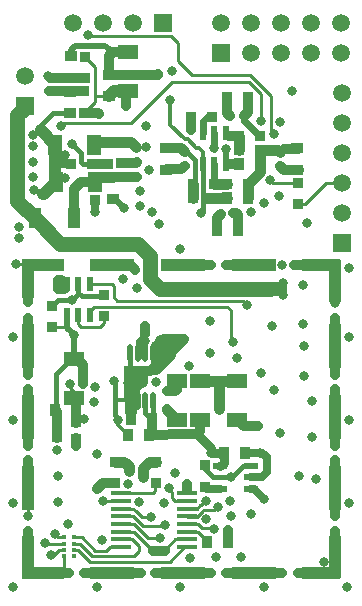
<source format=gbl>
G04 Layer_Physical_Order=4*
G04 Layer_Color=16711680*
%FSLAX24Y24*%
%MOIN*%
G70*
G01*
G75*
%ADD10R,0.0354X0.0354*%
%ADD11R,0.0453X0.0709*%
%ADD12R,0.0374X0.0394*%
%ADD14R,0.0354X0.0354*%
%ADD27R,0.0394X0.0374*%
%ADD29R,0.0244X0.0480*%
%ADD30R,0.0394X0.1496*%
%ADD31R,0.1406X0.0394*%
%ADD32R,0.0394X0.1406*%
%ADD33R,0.0394X0.1276*%
%ADD34R,0.1276X0.0394*%
%ADD35R,0.1496X0.0394*%
%ADD36C,0.0100*%
%ADD37C,0.0200*%
%ADD38C,0.0150*%
%ADD39C,0.0320*%
%ADD40C,0.0120*%
%ADD41C,0.0270*%
%ADD42C,0.0220*%
%ADD43C,0.0250*%
%ADD44C,0.0300*%
%ADD46C,0.0160*%
%ADD47C,0.0170*%
%ADD49C,0.0350*%
%ADD50C,0.0240*%
%ADD59R,0.0591X0.0591*%
%ADD60C,0.0591*%
%ADD61R,0.0591X0.0591*%
%ADD62C,0.0320*%
G04:AMPARAMS|DCode=63|XSize=20mil|YSize=12mil|CornerRadius=0.3mil|HoleSize=0mil|Usage=FLASHONLY|Rotation=180.000|XOffset=0mil|YOffset=0mil|HoleType=Round|Shape=RoundedRectangle|*
%AMROUNDEDRECTD63*
21,1,0.0200,0.0114,0,0,180.0*
21,1,0.0194,0.0120,0,0,180.0*
1,1,0.0006,-0.0097,0.0057*
1,1,0.0006,0.0097,0.0057*
1,1,0.0006,0.0097,-0.0057*
1,1,0.0006,-0.0097,-0.0057*
%
%ADD63ROUNDEDRECTD63*%
%ADD65C,0.0400*%
%ADD67R,0.0177X0.0177*%
%ADD68R,0.0177X0.0118*%
%ADD69R,0.0480X0.0244*%
%ADD70R,0.0650X0.0118*%
%ADD71R,0.0709X0.0453*%
%ADD72O,0.0177X0.0591*%
%ADD73R,0.0433X0.0669*%
%ADD74R,0.0354X0.0315*%
%ADD75C,0.0500*%
%ADD76R,0.0547X0.0320*%
%ADD77R,0.0190X0.0380*%
%ADD78R,0.0421X0.0702*%
%ADD79R,0.0817X0.0492*%
%ADD80R,0.0790X0.0580*%
%ADD81R,0.0550X0.0740*%
%ADD82R,0.0160X0.0620*%
D10*
X16084Y25814D02*
D03*
X16792D02*
D03*
X16842Y23104D02*
D03*
X16134D02*
D03*
X16842Y23574D02*
D03*
X16134D02*
D03*
X17992D02*
D03*
X17284D02*
D03*
X18386Y24724D02*
D03*
X17677D02*
D03*
Y25197D02*
D03*
X18386D02*
D03*
X12793Y24265D02*
D03*
X12084D02*
D03*
X12184Y23055D02*
D03*
X12893D02*
D03*
D11*
X11539Y24875D02*
D03*
X12838D02*
D03*
X11589Y23665D02*
D03*
X12888D02*
D03*
D12*
X17684Y24244D02*
D03*
X18392D02*
D03*
X17284Y23104D02*
D03*
X17992D02*
D03*
X17167Y14629D02*
D03*
X17876D02*
D03*
X17642Y22064D02*
D03*
X16934D02*
D03*
X17323Y11643D02*
D03*
X16614D02*
D03*
X12254Y16050D02*
D03*
X11546D02*
D03*
X14064Y15750D02*
D03*
X14773D02*
D03*
X13974Y15230D02*
D03*
X14683D02*
D03*
X17274Y26454D02*
D03*
X17982D02*
D03*
D14*
X16552Y13495D02*
D03*
Y14203D02*
D03*
X13328Y24969D02*
D03*
Y24260D02*
D03*
X12526Y26669D02*
D03*
Y25961D02*
D03*
X12536Y27121D02*
D03*
Y27829D02*
D03*
X13189Y19892D02*
D03*
Y19183D02*
D03*
X11457Y19528D02*
D03*
Y18819D02*
D03*
X14921Y13622D02*
D03*
Y14331D02*
D03*
X13543Y13622D02*
D03*
Y14331D02*
D03*
X19646Y22913D02*
D03*
Y23622D02*
D03*
D27*
X13336Y26511D02*
D03*
Y27219D02*
D03*
X19628Y24769D02*
D03*
Y24060D02*
D03*
X15258D02*
D03*
Y24769D02*
D03*
X13468Y23100D02*
D03*
Y23809D02*
D03*
X13778Y24270D02*
D03*
Y24979D02*
D03*
X12036Y25951D02*
D03*
Y26659D02*
D03*
X12066Y27839D02*
D03*
Y27131D02*
D03*
D29*
X16484Y24239D02*
D03*
Y25270D02*
D03*
X16858Y24239D02*
D03*
Y25270D02*
D03*
X17232D02*
D03*
Y24239D02*
D03*
X12697Y19218D02*
D03*
Y20250D02*
D03*
X12323D02*
D03*
Y19218D02*
D03*
X11949Y20250D02*
D03*
Y19218D02*
D03*
D30*
X20870Y18177D02*
D03*
Y15815D02*
D03*
Y13453D02*
D03*
X10630D02*
D03*
Y15815D02*
D03*
Y18177D02*
D03*
D31*
X11136Y20870D02*
D03*
Y10630D02*
D03*
D32*
X20870Y20364D02*
D03*
Y11136D02*
D03*
X10630D02*
D03*
D33*
Y20429D02*
D03*
D34*
X20429Y20870D02*
D03*
Y10630D02*
D03*
D35*
X13453Y20870D02*
D03*
X15815D02*
D03*
X18177D02*
D03*
Y10630D02*
D03*
X15815D02*
D03*
X13453D02*
D03*
D36*
X12650Y28512D02*
X15415D01*
X12612D02*
X12650Y28550D01*
X20583Y23614D02*
X21102D01*
X18026Y26978D02*
X18425Y26579D01*
X15453Y26978D02*
X18026D01*
X18054Y27205D02*
X18740Y26519D01*
X16122Y27205D02*
X18054D01*
X18740Y25354D02*
Y26519D01*
Y25354D02*
X18858Y25236D01*
X18425Y25669D02*
Y26579D01*
X15650Y27677D02*
X16122Y27205D01*
X15932Y13276D02*
X16165D01*
X14301Y16352D02*
Y16602D01*
X12059Y16770D02*
Y16920D01*
X15932Y12508D02*
X15940Y12500D01*
X13160Y13020D02*
X13747D01*
X12536Y27829D02*
X12886Y27479D01*
X12890Y26511D02*
X13336D01*
X12886Y26515D02*
X12890Y26511D01*
X12886Y26515D02*
Y27479D01*
Y26321D02*
Y26515D01*
X15932Y11997D02*
X15948Y11980D01*
X15560Y11741D02*
X15932D01*
X14631Y11790D02*
X15041D01*
X15211Y12210D02*
X15311D01*
X15541Y13020D02*
X15932D01*
X15291Y12190D02*
X15311Y12210D01*
X14094Y25620D02*
X15453Y26978D01*
X15650Y27677D02*
Y28278D01*
X11851Y25620D02*
X14094D01*
X12490Y25925D02*
X12526Y25961D01*
X12886Y26321D01*
X13747Y12508D02*
X14158D01*
X14167Y12253D02*
X14410Y12010D01*
X14411D01*
X14631Y11790D01*
X13747Y12764D02*
X14156D01*
X14230Y12690D01*
X14231D01*
X15441Y13120D02*
Y13310D01*
Y13120D02*
X15481Y13080D01*
Y13080D02*
Y13080D01*
Y13080D02*
X15541Y13020D01*
X11751Y25520D02*
X11851Y25620D01*
X11750Y25520D02*
X11751D01*
X15940Y12500D02*
X16271D01*
X16300Y12529D01*
Y12531D01*
X15415Y28512D02*
X15650Y28278D01*
X13160Y13020D02*
X13160Y13020D01*
X13747Y12253D02*
X14167D01*
X14158Y12508D02*
X14234Y12433D01*
X14242D01*
X14484Y12190D01*
X14231Y12690D02*
X14308Y12613D01*
X14317D01*
X14449Y12480D01*
X14731D01*
X13747Y11997D02*
X14169D01*
X14335Y11830D01*
X14484Y12190D02*
X15291D01*
X12059Y16770D02*
X12274Y16555D01*
X20870Y20364D02*
Y20429D01*
X10630Y12506D02*
Y13453D01*
X11081Y20925D02*
X11136Y20870D01*
X11071D02*
X11136D01*
X10256Y20925D02*
X11081D01*
X14335Y11830D02*
X14336D01*
X16696Y11510D02*
Y11640D01*
X14336Y11830D02*
X14681Y11486D01*
X15305D02*
X15560Y11741D01*
X15321Y13430D02*
X15441Y13310D01*
X15321Y13430D02*
X15354Y13464D01*
Y13465D01*
X13747Y13276D02*
X14812D01*
X14882Y13346D01*
Y13583D01*
X14921Y13622D01*
X13747Y11741D02*
X14125D01*
X14331Y11535D01*
Y11339D02*
Y11535D01*
X12165Y11591D02*
X12385D01*
X12165Y11811D02*
X12441D01*
X12385Y11591D02*
X12795Y11181D01*
X14173D01*
X14331Y11339D01*
X13375Y11485D02*
X13747D01*
X13251Y11361D02*
X13375Y11485D01*
X12891Y11361D02*
X13251D01*
X12441Y11811D02*
X12891Y11361D01*
X12165Y11401D02*
X12321D01*
X12721Y11001D01*
X15371D01*
X15855Y11485D01*
X15932D01*
X11677Y11401D02*
X11840D01*
X11496Y11220D02*
X11677Y11401D01*
X11417Y11220D02*
X11496D01*
X11243Y11591D02*
X11840D01*
X11220Y11614D02*
X11243Y11591D01*
X11653Y11811D02*
X11840D01*
X11535Y11929D02*
X11653Y11811D01*
X14681Y11486D02*
X14803Y11363D01*
Y11339D02*
Y11363D01*
X12953Y13425D02*
Y13494D01*
X12402Y18829D02*
X13061D01*
X12323Y18907D02*
X12402Y18829D01*
X12323Y18907D02*
Y19218D01*
X13169Y18937D02*
Y19193D01*
X13061Y18829D02*
X13169Y18937D01*
X16396Y12880D02*
X16575Y13059D01*
X15932Y12764D02*
X16279D01*
X16395Y12880D01*
X16396D01*
X16300Y12531D02*
X16470Y12700D01*
X16471D01*
X16487Y12717D01*
X16850D01*
X12697Y20250D02*
X13451D01*
X13504Y20197D01*
X13608Y19699D02*
X17821D01*
X17953Y19567D01*
X12697Y19218D02*
Y19350D01*
X12837Y19490D01*
X17281D01*
X17402Y19370D01*
Y18386D02*
Y19370D01*
Y18386D02*
X17480Y18307D01*
X11840Y10809D02*
Y11181D01*
Y10809D02*
X12020Y10630D01*
X13504Y19803D02*
Y20197D01*
Y19803D02*
X13608Y19699D01*
X18808Y23622D02*
X19646D01*
X18720Y23710D02*
X18808Y23622D01*
X19646Y22913D02*
X19882D01*
X20583Y23614D01*
X11457Y18819D02*
X11929D01*
X11949Y18799D01*
X16575Y13031D02*
Y13059D01*
X16806Y12120D02*
X16850Y12076D01*
X16850Y12717D02*
X16968Y12835D01*
X16430Y12120D02*
X16806D01*
X15932Y12253D02*
X16298D01*
X16430Y12120D01*
X15932Y11997D02*
X16299D01*
X16614Y11682D01*
Y11643D02*
Y11682D01*
X14681Y11486D02*
X15305D01*
D37*
X12250Y14850D02*
X12315D01*
X12215Y28189D02*
X13218D01*
X17232Y24239D02*
Y24732D01*
X17254Y24754D01*
X13336Y27845D02*
Y28072D01*
X13468Y23100D02*
X13534D01*
X13858Y22776D01*
X13218Y28189D02*
X13336Y28072D01*
X12066Y27839D02*
Y28040D01*
X12215Y28189D01*
X12030Y27875D02*
X12066Y27839D01*
X11834Y24567D02*
X11890D01*
X11539Y24272D02*
X11834Y24567D01*
X11890Y24304D02*
Y24567D01*
X11850Y24265D02*
X11890Y24304D01*
X11949Y18799D02*
Y19218D01*
Y18799D02*
X12165Y18583D01*
Y18543D02*
Y18583D01*
Y17863D02*
Y18543D01*
Y17863D02*
X12173Y17855D01*
X12279Y17749D01*
X11654Y20079D02*
X11654Y20079D01*
X11825Y20250D02*
X11876D01*
X11949D01*
X11654Y20079D02*
X11825Y20250D01*
D38*
X16408Y22614D02*
X16484Y22690D01*
Y24239D01*
X16822Y13809D02*
X17432D01*
X17806Y14183D02*
X18087D01*
X17432Y13809D02*
X17806Y14183D01*
X16552Y14079D02*
X16822Y13809D01*
X16552Y14079D02*
Y14203D01*
X12468Y24265D02*
X12793D01*
X12428Y24305D02*
X12468Y24265D01*
X12128Y24905D02*
X12428Y24605D01*
Y24305D02*
Y24605D01*
X11472Y25951D02*
X12036D01*
X11063Y25541D02*
X11472Y25951D01*
X11063Y25374D02*
Y25541D01*
X15868Y24652D02*
X15939D01*
X16134Y23574D02*
X16200Y23641D01*
Y24391D01*
X15939Y24652D02*
X16200Y24391D01*
X11575Y16113D02*
Y17256D01*
X14488Y16968D02*
Y17244D01*
X14813Y17947D02*
Y18149D01*
X12323Y19961D02*
X12431Y19852D01*
X13179D01*
X11575Y17256D02*
X12173Y17855D01*
X12126Y19724D02*
X12323Y19921D01*
Y19961D01*
Y20250D01*
X11654Y19724D02*
X12126D01*
X11457Y19528D02*
X11654Y19724D01*
D39*
X10630Y13453D02*
Y14400D01*
X12254Y16050D02*
X12255Y16050D01*
Y15606D02*
Y16050D01*
X12250Y15109D02*
X12255Y15114D01*
X12250Y14850D02*
Y15109D01*
X17973Y25969D02*
Y26462D01*
X17855Y25852D02*
X17973Y25969D01*
X19170Y24754D02*
X19655D01*
X19172Y24062D02*
X19665D01*
X17478Y22614D02*
X17578D01*
X17642Y22550D01*
X15930Y13370D02*
X15932Y13373D01*
X13474Y23815D02*
X14288D01*
X13468Y23809D02*
X13474Y23815D01*
X12184Y23055D02*
Y23430D01*
X12418Y23665D01*
X12888D01*
X12797Y24260D02*
X13328D01*
X13778Y24270D02*
X14244D01*
X14289Y24315D01*
X11370Y27131D02*
X12066D01*
X12076Y27121D02*
X12536D01*
X13926Y26195D02*
Y26615D01*
X13336Y27219D02*
Y27845D01*
X13465Y27975D01*
X13986D01*
X16934Y22064D02*
Y22460D01*
X17068Y22594D01*
X17642Y22064D02*
Y22550D01*
X15754Y24077D02*
X15868Y24192D01*
X15268Y24077D02*
X15754D01*
X17281Y25966D02*
Y26451D01*
Y25966D02*
X17395Y25852D01*
X19055Y24179D02*
X19172Y24062D01*
X11336Y26675D02*
X12520D01*
X13336Y27219D02*
X14971D01*
X14994Y27242D01*
X12184Y22460D02*
Y23055D01*
X12165Y22441D02*
X12184Y22460D01*
X16084Y25385D02*
Y25814D01*
X16073Y25374D02*
X16084Y25385D01*
X12980Y25961D02*
X13016Y25925D01*
X12526Y25961D02*
X12980D01*
X20870Y18177D02*
Y19124D01*
Y17230D02*
Y18177D01*
Y15815D02*
Y16762D01*
Y14868D02*
Y15815D01*
Y13453D02*
Y14400D01*
Y12506D02*
Y13453D01*
X14063Y20870D02*
X14200Y20734D01*
Y20730D02*
Y20734D01*
X13453Y20870D02*
X14063D01*
X12967D02*
X13453D01*
X12943Y20846D02*
X12967Y20870D01*
X20423Y20876D02*
X20429Y20870D01*
X19506Y20876D02*
X20423D01*
X10630Y15815D02*
Y16762D01*
Y14868D02*
Y15815D01*
Y18177D02*
Y19124D01*
Y17230D02*
Y18177D01*
Y19644D02*
Y20429D01*
X20866Y11140D02*
X20870Y11136D01*
X20866Y11140D02*
Y12006D01*
X19644Y10630D02*
X20429D01*
X18177D02*
X19124D01*
X17230D02*
X18177D01*
X15815D02*
X16762D01*
X14868D02*
X15815D01*
X10630Y11136D02*
Y12010D01*
X11136Y10630D02*
X12020D01*
X13453D02*
X14400D01*
X12506D02*
X13453D01*
X15605Y16732D02*
Y17028D01*
X15763Y15236D02*
X16275D01*
X16393Y15354D01*
Y15728D01*
X17613D02*
X17830Y15512D01*
X18322D01*
X15546Y16673D02*
X15605Y16732D01*
X15290Y16673D02*
X15546D01*
X15290Y16043D02*
X15605Y15728D01*
X15290Y16043D02*
Y16102D01*
X12480Y16919D02*
Y17548D01*
X12279Y17749D02*
X12480Y17548D01*
X14837Y15230D02*
X15763Y15236D01*
X12953Y13425D02*
X13150Y13622D01*
X13543D01*
X11654Y20079D02*
Y20394D01*
X11876Y20250D02*
X11890Y20236D01*
X11654Y20394D02*
X11732D01*
X11876Y20250D01*
X11654Y20079D02*
X11850D01*
X11890Y20118D01*
X15932Y13373D02*
Y13578D01*
X17323Y11643D02*
Y12037D01*
X14803Y11339D02*
X15189D01*
X15200Y11350D01*
X17230Y20870D02*
X18177D01*
X15815D02*
X16762D01*
X15258Y24769D02*
X15751D01*
X15868Y24652D01*
X14773Y15320D02*
Y15750D01*
X14900Y17380D02*
X15140Y17620D01*
X14733Y17380D02*
X14900D01*
X14714Y17360D02*
X14733Y17380D01*
X14430Y17360D02*
X14520D01*
X14580D02*
X14714D01*
X15140Y17620D02*
X15420Y17900D01*
Y18000D01*
X15850Y18430D01*
X14920Y17840D02*
X15140Y17620D01*
X14920Y17840D02*
X14950D01*
X15540Y18430D01*
X15180D02*
X15540D01*
X15850D01*
X14920Y17840D02*
Y18170D01*
X15180Y18430D01*
X14540Y18595D02*
Y18600D01*
X11605Y15114D02*
Y15606D01*
Y15990D01*
X11546Y16050D02*
X11605Y15990D01*
X14540Y18600D02*
Y18840D01*
D40*
X13650Y15554D02*
X13974Y15230D01*
X14045Y16352D02*
Y16525D01*
X16484Y24239D02*
Y24666D01*
X16350Y24800D02*
X16484Y24666D01*
X15981Y25069D02*
X16250Y24800D01*
X16350D01*
X15881Y25069D02*
X15981D01*
X15394Y25556D02*
X15881Y25069D01*
X15394Y25556D02*
Y26378D01*
X13650Y15554D02*
Y15778D01*
D41*
X12888Y23050D02*
X12893Y23055D01*
X12888Y22645D02*
Y23050D01*
X11539Y24272D02*
X11546Y24265D01*
X11850D01*
X12084D01*
D42*
X17855Y25688D02*
X18366Y25177D01*
X17855Y25688D02*
Y25852D01*
D43*
X17876Y14629D02*
X18452D01*
X18612Y14469D01*
Y13969D02*
Y14469D01*
X18452Y13809D02*
X18612Y13969D01*
X18087Y13809D02*
X18452D01*
X16611Y13435D02*
X17056D01*
X18424Y14601D02*
X18452Y14629D01*
X18087Y13435D02*
X18166D01*
X18522Y13079D01*
X18402Y14623D02*
X18424Y14601D01*
X18401Y14621D02*
X18402Y14623D01*
X18371Y14621D02*
X18401D01*
D44*
X16742Y14629D02*
X17167D01*
Y14294D02*
Y14629D01*
X17056Y14183D02*
X17167Y14294D01*
X16742Y14629D02*
Y14769D01*
X16275Y15236D02*
X16742Y14769D01*
D46*
X14301Y17947D02*
Y18356D01*
X13550Y15878D02*
X13650Y15778D01*
X13550Y15878D02*
Y17008D01*
X14540Y18360D02*
Y18595D01*
X14557Y17947D02*
Y18612D01*
X14301Y18356D02*
X14540Y18595D01*
X14557Y18612D01*
D47*
X14045Y15769D02*
Y16352D01*
X14557Y15966D02*
X14773Y15750D01*
X14813Y15789D02*
Y16352D01*
X14557Y15966D02*
Y16352D01*
X14683Y15230D02*
X14773Y15320D01*
X14045Y16525D02*
X14488Y16968D01*
X14045Y17475D02*
Y17947D01*
X14040Y17470D02*
X14045Y17475D01*
X14813Y17593D02*
Y17947D01*
X14580Y17360D02*
X14813Y17593D01*
X14520Y17360D02*
X14580D01*
D49*
X18970Y24724D02*
X19055Y24639D01*
X18386Y24724D02*
X18970D01*
X17677D02*
Y25197D01*
X18386Y24724D02*
X18392Y24718D01*
Y24244D02*
Y24718D01*
X12912Y24979D02*
X13778D01*
X18392Y23974D02*
Y24244D01*
X17992Y23574D02*
X18392Y23974D01*
X17992Y23104D02*
Y23574D01*
X16588Y23104D02*
X16842D01*
X16134D02*
Y23574D01*
X16842Y23104D02*
X17284D01*
X16842Y23574D02*
X17284D01*
X13032Y23809D02*
X13468D01*
X13778Y24979D02*
X14084D01*
X14238Y24825D01*
X17023Y16378D02*
Y17028D01*
Y16079D02*
Y16378D01*
X17015Y16071D02*
X17023Y16079D01*
X16393Y17028D02*
X17023D01*
X17613D01*
X13543Y14331D02*
X13858D01*
X14488Y13819D02*
Y14134D01*
X14685Y14331D01*
X14921D01*
X13858D02*
X14016Y14173D01*
X14016Y14173D02*
X14016Y14173D01*
X14016Y14016D02*
Y14173D01*
D50*
X16628Y25814D02*
X16792D01*
X16484Y25670D02*
X16628Y25814D01*
X16484Y25270D02*
Y25670D01*
X16842Y23574D02*
X16888Y23620D01*
X16842Y23574D02*
Y23640D01*
X16858Y23620D02*
Y24239D01*
Y24764D02*
Y25270D01*
X16842Y24780D02*
X16858Y24764D01*
X16830Y24780D02*
X16842D01*
D59*
X10551Y26181D02*
D03*
X21102Y21614D02*
D03*
D60*
X10551Y27181D02*
D03*
X14157Y28937D02*
D03*
X13157D02*
D03*
X12157D02*
D03*
X17063D02*
D03*
X18063Y27937D02*
D03*
Y28937D02*
D03*
X19063Y27937D02*
D03*
Y28937D02*
D03*
X20063Y27937D02*
D03*
Y28937D02*
D03*
X21063Y27937D02*
D03*
Y28937D02*
D03*
X21102Y22614D02*
D03*
Y23614D02*
D03*
Y24614D02*
D03*
Y25614D02*
D03*
Y26614D02*
D03*
D61*
X15157Y28937D02*
D03*
X17063Y27937D02*
D03*
D62*
X12940Y14570D02*
D03*
X14670Y24060D02*
D03*
X12520Y15760D02*
D03*
X12860Y16320D02*
D03*
X12870Y16820D02*
D03*
X11650Y13840D02*
D03*
X11660Y12990D02*
D03*
X11980Y12260D02*
D03*
X16060Y11120D02*
D03*
X16920Y11140D02*
D03*
X17740Y11150D02*
D03*
X18070Y12580D02*
D03*
X17370Y13020D02*
D03*
X20510Y10990D02*
D03*
X20240Y13750D02*
D03*
X19060Y15280D02*
D03*
X20100Y15150D02*
D03*
Y16350D02*
D03*
X18420Y17270D02*
D03*
X19830Y17200D02*
D03*
X19800Y18920D02*
D03*
X19810Y20210D02*
D03*
X16720Y17940D02*
D03*
Y19030D02*
D03*
X11610Y14710D02*
D03*
X10630Y14400D02*
D03*
X12250Y14850D02*
D03*
X19450Y26700D02*
D03*
X19050Y25650D02*
D03*
X15450Y27350D02*
D03*
X12650Y28550D02*
D03*
X19961Y22283D02*
D03*
X18858Y25236D02*
D03*
X18425Y25669D02*
D03*
X14567Y24833D02*
D03*
X19124Y20870D02*
D03*
X16408Y22614D02*
D03*
X17478D02*
D03*
X19666Y13845D02*
D03*
X18522Y13079D02*
D03*
X16742Y14629D02*
D03*
X17402Y13819D02*
D03*
X12059Y16920D02*
D03*
X13112Y11703D02*
D03*
X14288Y23815D02*
D03*
X12888Y22645D02*
D03*
X12128Y24905D02*
D03*
X14238Y24825D02*
D03*
X14289Y24315D02*
D03*
X11336Y26675D02*
D03*
X11326Y27175D02*
D03*
X13926Y26195D02*
D03*
X13016Y25925D02*
D03*
X17068Y22594D02*
D03*
X15868Y24192D02*
D03*
Y24652D02*
D03*
X17855Y25852D02*
D03*
X17395D02*
D03*
X19055Y24179D02*
D03*
X15041Y11790D02*
D03*
X15211Y12210D02*
D03*
X14351Y12980D02*
D03*
X15191Y12960D02*
D03*
X14731Y12480D02*
D03*
X14994Y27242D02*
D03*
X17254Y24754D02*
D03*
X11063Y25374D02*
D03*
X11142Y23258D02*
D03*
X13858Y22776D02*
D03*
X19055Y24639D02*
D03*
X14390Y22854D02*
D03*
X14370Y23356D02*
D03*
X16073Y25374D02*
D03*
X15394Y26378D02*
D03*
X10817Y25207D02*
D03*
X10856Y23386D02*
D03*
X13630Y15729D02*
D03*
X12480Y16919D02*
D03*
X11750Y25520D02*
D03*
X16830Y24780D02*
D03*
X18720Y23710D02*
D03*
X18510Y22960D02*
D03*
X13160Y13020D02*
D03*
X21277Y10160D02*
D03*
X10160Y10167D02*
D03*
X18071Y22638D02*
D03*
X14567Y25512D02*
D03*
X10827Y24843D02*
D03*
Y24331D02*
D03*
Y23819D02*
D03*
X11890Y23780D02*
D03*
Y24567D02*
D03*
X10354Y21772D02*
D03*
Y22165D02*
D03*
X21336Y18500D02*
D03*
X20870Y17230D02*
D03*
Y19124D02*
D03*
Y16762D02*
D03*
X21336Y15723D02*
D03*
X20870Y14868D02*
D03*
Y14400D02*
D03*
X21336Y12945D02*
D03*
X20870Y12506D02*
D03*
X14200Y20730D02*
D03*
X20876Y19604D02*
D03*
X19506Y20876D02*
D03*
X10160Y12945D02*
D03*
X10630Y12506D02*
D03*
Y16762D02*
D03*
X10160Y15723D02*
D03*
X10630Y14868D02*
D03*
Y19124D02*
D03*
X10160Y18500D02*
D03*
X10630Y17230D02*
D03*
X10256Y20925D02*
D03*
X10630Y19644D02*
D03*
X20866Y12006D02*
D03*
X19644Y10630D02*
D03*
X19124D02*
D03*
X18500Y10160D02*
D03*
X17230Y10630D02*
D03*
X16762D02*
D03*
X14868D02*
D03*
X15723Y10160D02*
D03*
X10630Y12010D02*
D03*
X12020Y10630D02*
D03*
X14400D02*
D03*
X12506D02*
D03*
X12945Y10160D02*
D03*
X15763Y15236D02*
D03*
X18322Y15512D02*
D03*
X15290Y16673D02*
D03*
Y16102D02*
D03*
X15999Y17520D02*
D03*
X17023Y16378D02*
D03*
X17015Y16071D02*
D03*
X14899Y16980D02*
D03*
X14488Y16968D02*
D03*
X15354Y13465D02*
D03*
X14488Y13819D02*
D03*
X11417Y11220D02*
D03*
X11220Y11614D02*
D03*
X11535Y11929D02*
D03*
X14803Y11339D02*
D03*
X12953Y13425D02*
D03*
X13976Y13583D02*
D03*
X14016Y14016D02*
D03*
X15551Y13937D02*
D03*
X17402Y12520D02*
D03*
X18371Y14621D02*
D03*
X17598Y17795D02*
D03*
X18780Y18858D02*
D03*
X19154Y20295D02*
D03*
Y19882D02*
D03*
X19843Y18189D02*
D03*
X18858Y16732D02*
D03*
X19021Y23184D02*
D03*
X14291Y20118D02*
D03*
X13819Y20433D02*
D03*
X17953Y19567D02*
D03*
X17480Y18307D02*
D03*
X12165Y18543D02*
D03*
X11654Y20394D02*
D03*
X11654Y20079D02*
D03*
X12126Y19724D02*
D03*
X15709Y21417D02*
D03*
X14764Y22638D02*
D03*
X15010Y22250D02*
D03*
X21336Y20800D02*
D03*
X15932Y13578D02*
D03*
X16575Y13031D02*
D03*
X17323Y12037D02*
D03*
X16850Y12076D02*
D03*
X16968Y12835D02*
D03*
X16590Y12410D02*
D03*
X15200Y11350D02*
D03*
X17230Y20870D02*
D03*
X16762D02*
D03*
X13527Y17017D02*
D03*
X14230Y16960D02*
D03*
X13990D02*
D03*
X15420Y18000D02*
D03*
X15850Y18430D02*
D03*
X15140Y17620D02*
D03*
X15040Y18390D02*
D03*
X14540Y18360D02*
D03*
Y18600D02*
D03*
Y18840D02*
D03*
D63*
X13780Y16370D02*
D03*
X13620D02*
D03*
X18424Y20039D02*
D03*
X18584D02*
D03*
D65*
X13500Y26675D02*
X13986D01*
X13336Y26511D02*
X13500Y26675D01*
X11539Y23715D02*
X11589Y23665D01*
X11539Y24875D02*
Y24898D01*
X11063Y25374D02*
X11539Y24898D01*
X11182Y23258D02*
X11589Y23665D01*
X11142Y23258D02*
X11182D01*
X11539Y23715D02*
Y24272D01*
Y24875D01*
D67*
X12165Y11181D02*
D03*
Y11811D02*
D03*
X11840D02*
D03*
Y11181D02*
D03*
D68*
X12165Y11591D02*
D03*
Y11401D02*
D03*
X11840D02*
D03*
Y11591D02*
D03*
D69*
X17056Y13435D02*
D03*
X18087D02*
D03*
Y13809D02*
D03*
Y14183D02*
D03*
X17056D02*
D03*
D70*
X15932Y13276D02*
D03*
Y13020D02*
D03*
Y12764D02*
D03*
Y12508D02*
D03*
Y12253D02*
D03*
Y11997D02*
D03*
Y11741D02*
D03*
Y11485D02*
D03*
X13747Y13276D02*
D03*
Y13020D02*
D03*
Y12764D02*
D03*
Y12508D02*
D03*
Y12253D02*
D03*
Y11997D02*
D03*
Y11741D02*
D03*
Y11485D02*
D03*
D71*
X12169Y17749D02*
D03*
Y16450D02*
D03*
X15605Y15728D02*
D03*
Y17028D02*
D03*
X13986Y26675D02*
D03*
Y27975D02*
D03*
X16393Y17028D02*
D03*
Y15728D02*
D03*
X17613Y17028D02*
D03*
Y15728D02*
D03*
D72*
X14045Y17947D02*
D03*
X14301D02*
D03*
X14557D02*
D03*
X14813D02*
D03*
X14045Y16352D02*
D03*
X14301D02*
D03*
X14557D02*
D03*
X14813D02*
D03*
D73*
X12165Y22441D02*
D03*
X10866D02*
D03*
D74*
X11605Y15114D02*
D03*
X12255D02*
D03*
Y15606D02*
D03*
X11605D02*
D03*
D75*
X10295Y23012D02*
X10866Y22441D01*
X11713Y21594D01*
X10295Y23012D02*
Y25895D01*
X10530Y26130D01*
X14724Y20404D02*
X15049Y20079D01*
X18701D01*
X11713Y21594D02*
X14306D01*
X14724Y21176D01*
Y20404D02*
Y21176D01*
D76*
X17561Y25194D02*
D03*
D77*
X17413Y24244D02*
D03*
D78*
X14090Y16251D02*
D03*
D79*
X18883Y20089D02*
D03*
D80*
X14245Y17240D02*
D03*
D81*
X14105Y16710D02*
D03*
D82*
X14460Y18050D02*
D03*
M02*

</source>
